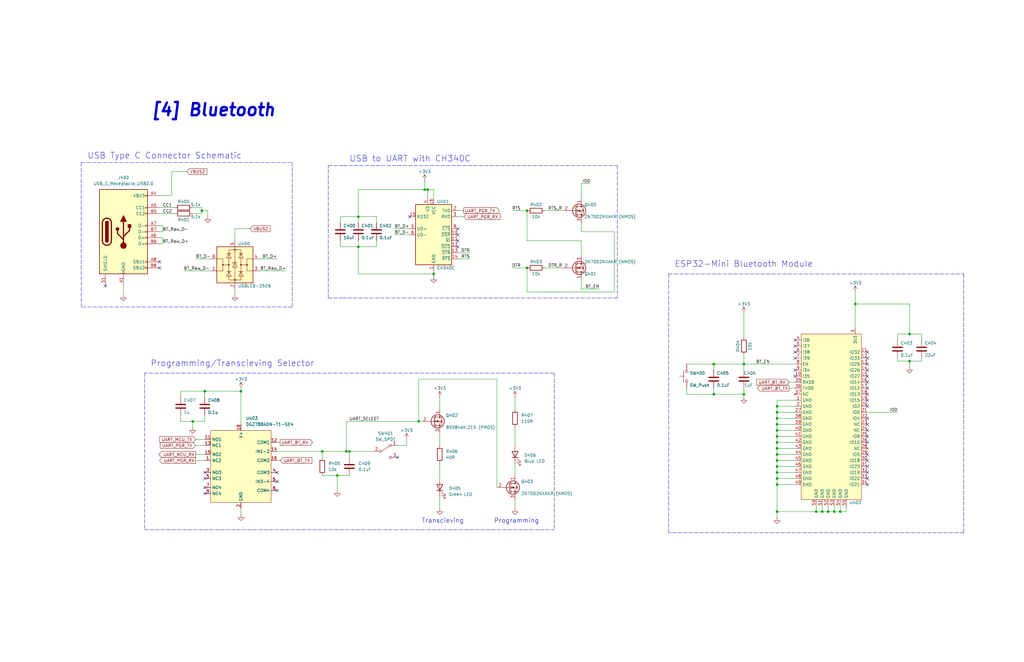
<source format=kicad_sch>
(kicad_sch (version 20211123) (generator eeschema)
  (paper "User" 431.8 279.4)
  (lib_symbols
    (symbol "Connector:USB_C_Receptacle_USB2.0" (pin_names (offset 1.016))
      (property "Reference" "J" (at -10.16 19.05 0))
      (property "Value" "USB_C_Receptacle_USB2.0" (at 19.05 19.05 0))
      (symbol "USB_C_Receptacle_USB2.0_0_0"
        (rectangle (start -0.254 -17.78) (end 0.254 -16.764))
        (rectangle (start 10.16 -14.986) (end 9.144 -15.494))
        (rectangle (start 10.16 -12.446) (end 9.144 -12.954))
        (rectangle (start 10.16 -4.826) (end 9.144 -5.334))
        (rectangle (start 10.16 -2.286) (end 9.144 -2.794))
        (rectangle (start 10.16 0.254) (end 9.144 -0.254))
        (rectangle (start 10.16 2.794) (end 9.144 2.286))
        (rectangle (start 10.16 7.874) (end 9.144 7.366))
        (rectangle (start 10.16 10.414) (end 9.144 9.906))
        (rectangle (start 10.16 15.494) (end 9.144 14.986))
      )
      (symbol "USB_C_Receptacle_USB2.0_0_1"
        (rectangle (start -10.16 17.78) (end 10.16 -17.78) (stroke (width 0.254)) (fill (type background)))
        (arc (start -8.89 -3.81) (mid -6.985 -5.715) (end -5.08 -3.81) (stroke (width 0.508)))
        (arc (start -7.62 -3.81) (mid -6.985 -4.445) (end -6.35 -3.81) (stroke (width 0.254)))
        (arc (start -7.62 -3.81) (mid -6.985 -4.445) (end -6.35 -3.81) (stroke (width 0.254)) (fill (type outline)))
        (rectangle (start -7.62 -3.81) (end -6.35 3.81) (stroke (width 0.254)) (fill (type outline)))
        (arc (start -6.35 3.81) (mid -6.985 4.445) (end -7.62 3.81) (stroke (width 0.254)))
        (arc (start -6.35 3.81) (mid -6.985 4.445) (end -7.62 3.81) (stroke (width 0.254)) (fill (type outline)))
        (arc (start -5.08 3.81) (mid -6.985 5.715) (end -8.89 3.81) (stroke (width 0.508)))
        (circle (center -2.54 1.143) (radius 0.635) (stroke (width 0.254)) (fill (type outline)))
        (circle (center 0 -5.842) (radius 1.27) (fill (type outline)))
        (polyline (pts (xy -8.89 -3.81) (xy -8.89 3.81)) (stroke (width 0.508)))
        (polyline (pts (xy -5.08 3.81) (xy -5.08 -3.81)) (stroke (width 0.508)))
        (polyline (pts (xy 0 -5.842) (xy 0 4.318)) (stroke (width 0.508)))
        (polyline (pts (xy 0 -3.302) (xy -2.54 -0.762) (xy -2.54 0.508)) (stroke (width 0.508)))
        (polyline (pts (xy 0 -2.032) (xy 2.54 0.508) (xy 2.54 1.778)) (stroke (width 0.508)))
        (polyline (pts (xy -1.27 4.318) (xy 0 6.858) (xy 1.27 4.318) (xy -1.27 4.318)) (stroke (width 0.254)) (fill (type outline)))
        (rectangle (start 1.905 1.778) (end 3.175 3.048) (stroke (width 0.254)) (fill (type outline)))
      )
      (symbol "USB_C_Receptacle_USB2.0_1_1"
        (pin passive line (at 0 -22.86 90) (length 5.08) (name "GND") (number "A1"))
        (pin passive line (at 0 -22.86 90) (length 5.08) hide (name "GND") (number "A12"))
        (pin passive line (at 15.24 15.24 180) (length 5.08) (name "VBUS") (number "A4"))
        (pin bidirectional line (at 15.24 10.16 180) (length 5.08) (name "CC1") (number "A5"))
        (pin bidirectional line (at 15.24 -2.54 180) (length 5.08) (name "D+") (number "A6"))
        (pin bidirectional line (at 15.24 2.54 180) (length 5.08) (name "D-") (number "A7"))
        (pin bidirectional line (at 15.24 -12.7 180) (length 5.08) (name "SBU1") (number "A8"))
        (pin passive line (at 15.24 15.24 180) (length 5.08) hide (name "VBUS") (number "A9"))
        (pin passive line (at 0 -22.86 90) (length 5.08) hide (name "GND") (number "B1"))
        (pin passive line (at 0 -22.86 90) (length 5.08) hide (name "GND") (number "B12"))
        (pin passive line (at 15.24 15.24 180) (length 5.08) hide (name "VBUS") (number "B4"))
        (pin bidirectional line (at 15.24 7.62 180) (length 5.08) (name "CC2") (number "B5"))
        (pin bidirectional line (at 15.24 -5.08 180) (length 5.08) (name "D+") (number "B6"))
        (pin bidirectional line (at 15.24 0 180) (length 5.08) (name "D-") (number "B7"))
        (pin bidirectional line (at 15.24 -15.24 180) (length 5.08) (name "SBU2") (number "B8"))
        (pin passive line (at 15.24 15.24 180) (length 5.08) hide (name "VBUS") (number "B9"))
        (pin passive line (at -7.62 -22.86 90) (length 5.08) (name "SHIELD") (number "S1"))
      )
    )
    (symbol "Device:C" (pin_numbers hide) (pin_names (offset 0.254))
      (property "Reference" "C" (at 0.635 2.54 0))
      (property "Value" "C" (at 0.635 -2.54 0))
      (symbol "C_0_1"
        (polyline (pts (xy -2.032 -0.762) (xy 2.032 -0.762)) (stroke (width 0.508)))
        (polyline (pts (xy -2.032 0.762) (xy 2.032 0.762)) (stroke (width 0.508)))
      )
      (symbol "C_1_1"
        (pin passive line (at 0 3.81 270) (length 2.794) (name "~") (number "1"))
        (pin passive line (at 0 -3.81 90) (length 2.794) (name "~") (number "2"))
      )
    )
    (symbol "Device:LED" (pin_numbers hide) (pin_names (offset 1.016) hide)
      (property "Reference" "D" (at 0 2.54 0))
      (property "Value" "LED" (at 0 -2.54 0))
      (symbol "LED_0_1"
        (polyline (pts (xy -1.27 -1.27) (xy -1.27 1.27)) (stroke (width 0.254)))
        (polyline (pts (xy -1.27 0) (xy 1.27 0)))
        (polyline (pts (xy 1.27 -1.27) (xy 1.27 1.27) (xy -1.27 0) (xy 1.27 -1.27)) (stroke (width 0.254)))
        (polyline (pts (xy -3.048 -0.762) (xy -4.572 -2.286) (xy -3.81 -2.286) (xy -4.572 -2.286) (xy -4.572 -1.524)))
        (polyline (pts (xy -1.778 -0.762) (xy -3.302 -2.286) (xy -2.54 -2.286) (xy -3.302 -2.286) (xy -3.302 -1.524)))
      )
      (symbol "LED_1_1"
        (pin passive line (at -3.81 0 0) (length 2.54) (name "K") (number "1"))
        (pin passive line (at 3.81 0 180) (length 2.54) (name "A") (number "2"))
      )
    )
    (symbol "Device:Q_NMOS_DGS" (pin_names (offset 0) hide)
      (property "Reference" "Q" (at 5.08 1.27 0))
      (property "Value" "Q_NMOS_DGS" (at 5.08 -1.27 0))
      (symbol "Q_NMOS_DGS_0_1"
        (polyline (pts (xy 0.254 0) (xy -2.54 0)))
        (polyline (pts (xy 0.254 1.905) (xy 0.254 -1.905)) (stroke (width 0.254)))
        (polyline (pts (xy 0.762 -1.27) (xy 0.762 -2.286)) (stroke (width 0.254)))
        (polyline (pts (xy 0.762 0.508) (xy 0.762 -0.508)) (stroke (width 0.254)))
        (polyline (pts (xy 0.762 2.286) (xy 0.762 1.27)) (stroke (width 0.254)))
        (polyline (pts (xy 2.54 2.54) (xy 2.54 1.778)))
        (polyline (pts (xy 2.54 -2.54) (xy 2.54 0) (xy 0.762 0)))
        (polyline (pts (xy 0.762 -1.778) (xy 3.302 -1.778) (xy 3.302 1.778) (xy 0.762 1.778)))
        (polyline (pts (xy 1.016 0) (xy 2.032 0.381) (xy 2.032 -0.381) (xy 1.016 0)) (fill (type outline)))
        (polyline (pts (xy 2.794 0.508) (xy 2.921 0.381) (xy 3.683 0.381) (xy 3.81 0.254)))
        (polyline (pts (xy 3.302 0.381) (xy 2.921 -0.254) (xy 3.683 -0.254) (xy 3.302 0.381)))
        (circle (center 1.651 0) (radius 2.794) (stroke (width 0.254)))
        (circle (center 2.54 -1.778) (radius 0.254) (fill (type outline)))
        (circle (center 2.54 1.778) (radius 0.254) (fill (type outline)))
      )
      (symbol "Q_NMOS_DGS_1_1"
        (pin passive line (at 2.54 5.08 270) (length 2.54) (name "D") (number "1"))
        (pin input line (at -5.08 0 0) (length 2.54) (name "G") (number "2"))
        (pin passive line (at 2.54 -5.08 90) (length 2.54) (name "S") (number "3"))
      )
    )
    (symbol "Device:Q_PMOS_DGS" (pin_names (offset 0) hide)
      (property "Reference" "Q" (at 5.08 1.27 0))
      (property "Value" "Q_PMOS_DGS" (at 5.08 -1.27 0))
      (symbol "Q_PMOS_DGS_0_1"
        (polyline (pts (xy 0.254 0) (xy -2.54 0)))
        (polyline (pts (xy 0.254 1.905) (xy 0.254 -1.905)) (stroke (width 0.254)))
        (polyline (pts (xy 0.762 -1.27) (xy 0.762 -2.286)) (stroke (width 0.254)))
        (polyline (pts (xy 0.762 0.508) (xy 0.762 -0.508)) (stroke (width 0.254)))
        (polyline (pts (xy 0.762 2.286) (xy 0.762 1.27)) (stroke (width 0.254)))
        (polyline (pts (xy 2.54 2.54) (xy 2.54 1.778)))
        (polyline (pts (xy 2.54 -2.54) (xy 2.54 0) (xy 0.762 0)))
        (polyline (pts (xy 0.762 1.778) (xy 3.302 1.778) (xy 3.302 -1.778) (xy 0.762 -1.778)))
        (polyline (pts (xy 2.286 0) (xy 1.27 0.381) (xy 1.27 -0.381) (xy 2.286 0)) (fill (type outline)))
        (polyline (pts (xy 2.794 -0.508) (xy 2.921 -0.381) (xy 3.683 -0.381) (xy 3.81 -0.254)))
        (polyline (pts (xy 3.302 -0.381) (xy 2.921 0.254) (xy 3.683 0.254) (xy 3.302 -0.381)))
        (circle (center 1.651 0) (radius 2.794) (stroke (width 0.254)))
        (circle (center 2.54 -1.778) (radius 0.254) (fill (type outline)))
        (circle (center 2.54 1.778) (radius 0.254) (fill (type outline)))
      )
      (symbol "Q_PMOS_DGS_1_1"
        (pin passive line (at 2.54 5.08 270) (length 2.54) (name "D") (number "1"))
        (pin input line (at -5.08 0 0) (length 2.54) (name "G") (number "2"))
        (pin passive line (at 2.54 -5.08 90) (length 2.54) (name "S") (number "3"))
      )
    )
    (symbol "Device:R" (pin_numbers hide) (pin_names (offset 0))
      (property "Reference" "R" (at 2.032 0 90))
      (property "Value" "R" (at 0 0 90))
      (symbol "R_0_1"
        (rectangle (start -1.016 -2.54) (end 1.016 2.54) (stroke (width 0.254)))
      )
      (symbol "R_1_1"
        (pin passive line (at 0 3.81 270) (length 1.27) (name "~") (number "1"))
        (pin passive line (at 0 -3.81 90) (length 1.27) (name "~") (number "2"))
      )
    )
    (symbol "Ghanis_Symbols_KiCad6:DG2788ADN-T1-GE4"
      (property "Reference" "U" (at 10.16 26.67 0))
      (property "Value" "DG2788ADN-T1-GE4" (at 11.43 -6.35 0))
      (symbol "DG2788ADN-T1-GE4_0_0"
        (pin bidirectional line (at -15.24 12.7 0) (length 2.54) (name "NC2") (number "1"))
        (pin power_in line (at 0 27.94 270) (length 2.54) (name "V+") (number "10"))
        (pin bidirectional line (at -15.24 21.59 0) (length 2.54) (name "NO1") (number "11"))
        (pin bidirectional line (at 15.24 20.32 180) (length 2.54) (name "COM1") (number "12"))
        (pin bidirectional line (at -15.24 19.05 0) (length 2.54) (name "NC1") (number "13"))
        (pin input line (at 15.24 16.51 180) (length 2.54) (name "IN1-2") (number "14"))
        (pin bidirectional line (at -15.24 15.24 0) (length 2.54) (name "NO2") (number "15"))
        (pin bidirectional line (at 15.24 12.7 180) (length 2.54) (name "COM2") (number "16"))
        (pin power_in line (at 0 -7.62 90) (length 2.54) (name "GND") (number "2"))
        (pin bidirectional line (at -15.24 7.62 0) (length 2.54) (name "NO3") (number "3"))
        (pin bidirectional line (at 15.24 7.62 180) (length 2.54) (name "COM3") (number "4"))
        (pin bidirectional line (at -15.24 5.08 0) (length 2.54) (name "NC3") (number "5"))
        (pin input line (at 15.24 3.81 180) (length 2.54) (name "IN3-4") (number "6"))
        (pin bidirectional line (at -15.24 1.27 0) (length 2.54) (name "NO4") (number "7"))
        (pin bidirectional line (at 15.24 0 180) (length 2.54) (name "COM4") (number "8"))
        (pin bidirectional line (at -15.24 -1.27 0) (length 2.54) (name "NC4") (number "9"))
      )
      (symbol "DG2788ADN-T1-GE4_0_1"
        (rectangle (start -12.7 25.4) (end 12.7 -5.08) (fill (type background)))
      )
    )
    (symbol "Ghanis_Symbols_KiCad6:ESP32-MINI-1"
      (property "Reference" "U" (at -11.43 11.43 0))
      (property "Value" "ESP32-MINI-1" (at -1.27 11.43 0))
      (symbol "ESP32-MINI-1_0_0"
        (pin power_in line (at -15.24 -17.78 0) (length 2.54) (name "GND") (number "1"))
        (pin input line (at -15.24 -7.62 0) (length 2.54) (name "I35") (number "10"))
        (pin bidirectional line (at 15.24 2.54 180) (length 2.54) (name "IO32") (number "11"))
        (pin bidirectional line (at 15.24 0 180) (length 2.54) (name "IO33") (number "12"))
        (pin bidirectional line (at 15.24 -2.54 180) (length 2.54) (name "IO25") (number "13"))
        (pin bidirectional line (at 15.24 -5.08 180) (length 2.54) (name "IO26") (number "14"))
        (pin bidirectional line (at 15.24 -7.62 180) (length 2.54) (name "IO27") (number "15"))
        (pin bidirectional line (at 15.24 -10.16 180) (length 2.54) (name "IO14") (number "16"))
        (pin bidirectional line (at 15.24 -12.7 180) (length 2.54) (name "IO12") (number "17"))
        (pin bidirectional line (at 15.24 -15.24 180) (length 2.54) (name "IO13") (number "18"))
        (pin bidirectional line (at 15.24 -17.78 180) (length 2.54) (name "IO15") (number "19"))
        (pin power_in line (at -15.24 -20.32 0) (length 2.54) (name "GND") (number "2"))
        (pin bidirectional line (at 15.24 -20.32 180) (length 2.54) (name "IO2") (number "20"))
        (pin bidirectional line (at 15.24 -22.86 180) (length 2.54) (name "IO0") (number "21"))
        (pin bidirectional line (at 15.24 -25.4 180) (length 2.54) (name "IO4") (number "22"))
        (pin bidirectional line (at 15.24 -27.94 180) (length 2.54) (name "NC") (number "23"))
        (pin bidirectional line (at 15.24 -30.48 180) (length 2.54) (name "NC") (number "24"))
        (pin bidirectional line (at 15.24 -33.02 180) (length 2.54) (name "IO9") (number "25"))
        (pin bidirectional line (at 15.24 -35.56 180) (length 2.54) (name "IO10") (number "26"))
        (pin power_in line (at -15.24 -22.86 0) (length 2.54) (name "GND") (number "27"))
        (pin no_connect line (at 15.24 -38.1 180) (length 2.54) (name "NC") (number "28"))
        (pin bidirectional line (at 15.24 -40.64 180) (length 2.54) (name "IO5") (number "29"))
        (pin power_in line (at 10.16 12.7 270) (length 2.54) (name "3V3") (number "3"))
        (pin bidirectional line (at 15.24 -43.18 180) (length 2.54) (name "IO18") (number "30"))
        (pin bidirectional line (at 15.24 -45.72 180) (length 2.54) (name "IO23") (number "31"))
        (pin bidirectional line (at 15.24 -48.26 180) (length 2.54) (name "IO19") (number "32"))
        (pin bidirectional line (at 15.24 -50.8 180) (length 2.54) (name "IO22") (number "33"))
        (pin bidirectional line (at 15.24 -53.34 180) (length 2.54) (name "IO21") (number "34"))
        (pin bidirectional line (at -15.24 -10.16 0) (length 2.54) (name "RXD0") (number "35"))
        (pin bidirectional line (at -15.24 -12.7 0) (length 2.54) (name "TXD0") (number "36"))
        (pin no_connect line (at -15.24 -15.24 0) (length 2.54) (name "NC") (number "37"))
        (pin power_in line (at -15.24 -25.4 0) (length 2.54) (name "GND") (number "38"))
        (pin power_in line (at -15.24 -27.94 0) (length 2.54) (name "GND") (number "39"))
        (pin input line (at -15.24 7.62 0) (length 2.54) (name "I36") (number "4"))
        (pin power_in line (at -15.24 -30.48 0) (length 2.54) (name "GND") (number "40"))
        (pin power_in line (at -15.24 -33.02 0) (length 2.54) (name "GND") (number "41"))
        (pin power_in line (at -15.24 -35.56 0) (length 2.54) (name "GND") (number "42"))
        (pin power_in line (at -15.24 -38.1 0) (length 2.54) (name "GND") (number "43"))
        (pin power_in line (at -15.24 -40.64 0) (length 2.54) (name "GND") (number "44"))
        (pin power_in line (at -15.24 -43.18 0) (length 2.54) (name "GND") (number "45"))
        (pin power_in line (at -15.24 -45.72 0) (length 2.54) (name "GND") (number "46"))
        (pin power_in line (at -15.24 -48.26 0) (length 2.54) (name "GND") (number "47"))
        (pin power_in line (at -15.24 -50.8 0) (length 2.54) (name "GND") (number "48"))
        (pin power_in line (at -15.24 -53.34 0) (length 2.54) (name "GND") (number "49"))
        (pin input line (at -15.24 5.08 0) (length 2.54) (name "I37") (number "5"))
        (pin power_in line (at -6.35 -62.23 90) (length 2.54) (name "GND") (number "50"))
        (pin power_in line (at -3.81 -62.23 90) (length 2.54) (name "GND") (number "51"))
        (pin power_in line (at -1.27 -62.23 90) (length 2.54) (name "GND") (number "52"))
        (pin power_in line (at 1.27 -62.23 90) (length 2.54) (name "GND") (number "53"))
        (pin power_in line (at 3.81 -62.23 90) (length 2.54) (name "GND") (number "54"))
        (pin power_in line (at 6.35 -62.23 90) (length 2.54) (name "GND") (number "55"))
        (pin input line (at -15.24 2.54 0) (length 2.54) (name "I38") (number "6"))
        (pin input line (at -15.24 0 0) (length 2.54) (name "I39") (number "7"))
        (pin input line (at -15.24 -2.54 0) (length 2.54) (name "EN") (number "8"))
        (pin input line (at -15.24 -5.08 0) (length 2.54) (name "I34") (number "9"))
      )
      (symbol "ESP32-MINI-1_0_1"
        (rectangle (start -12.7 10.16) (end 12.7 -59.69) (fill (type background)))
      )
    )
    (symbol "Interface_USB:CH340C"
      (property "Reference" "U" (at -5.08 13.97 0))
      (property "Value" "CH340C" (at 1.27 13.97 0))
      (symbol "CH340C_0_1"
        (rectangle (start -7.62 12.7) (end 7.62 -12.7) (stroke (width 0.254)) (fill (type background)))
      )
      (symbol "CH340C_1_1"
        (pin power_in line (at 0 -15.24 90) (length 2.54) (name "GND") (number "1"))
        (pin input line (at 10.16 0 180) (length 2.54) (name "~{DSR}") (number "10"))
        (pin input line (at 10.16 -2.54 180) (length 2.54) (name "~{RI}") (number "11"))
        (pin input line (at 10.16 -5.08 180) (length 2.54) (name "~{DCD}") (number "12"))
        (pin output line (at 10.16 -7.62 180) (length 2.54) (name "~{DTR}") (number "13"))
        (pin output line (at 10.16 -10.16 180) (length 2.54) (name "~{RTS}") (number "14"))
        (pin input line (at -10.16 7.62 0) (length 2.54) (name "R232") (number "15"))
        (pin power_in line (at 0 15.24 270) (length 2.54) (name "VCC") (number "16"))
        (pin output line (at 10.16 10.16 180) (length 2.54) (name "TXD") (number "2"))
        (pin input line (at 10.16 7.62 180) (length 2.54) (name "RXD") (number "3"))
        (pin passive line (at -2.54 15.24 270) (length 2.54) (name "V3") (number "4"))
        (pin bidirectional line (at -10.16 2.54 0) (length 2.54) (name "UD+") (number "5"))
        (pin bidirectional line (at -10.16 0 0) (length 2.54) (name "UD-") (number "6"))
        (pin no_connect line (at -7.62 -7.62 0) (length 2.54) hide (name "NC") (number "7"))
        (pin no_connect line (at -7.62 -10.16 0) (length 2.54) hide (name "NC") (number "8"))
        (pin input line (at 10.16 2.54 180) (length 2.54) (name "~{CTS}") (number "9"))
      )
    )
    (symbol "Power_Protection:USBLC6-2SC6" (pin_names hide)
      (property "Reference" "U" (at 2.54 8.89 0))
      (property "Value" "USBLC6-2SC6" (at 2.54 -8.89 0))
      (symbol "USBLC6-2SC6_0_1"
        (rectangle (start -7.62 -7.62) (end 7.62 7.62) (stroke (width 0.254)) (fill (type background)))
        (circle (center -5.08 0) (radius 0.254) (fill (type outline)))
        (circle (center -2.54 0) (radius 0.254) (fill (type outline)))
        (rectangle (start -2.54 6.35) (end 2.54 -6.35))
        (circle (center 0 -6.35) (radius 0.254) (fill (type outline)))
        (polyline (pts (xy -5.08 -2.54) (xy -7.62 -2.54)))
        (polyline (pts (xy -5.08 0) (xy -5.08 -2.54)))
        (polyline (pts (xy -5.08 2.54) (xy -7.62 2.54)))
        (polyline (pts (xy -1.524 -2.794) (xy -3.556 -2.794)))
        (polyline (pts (xy -1.524 4.826) (xy -3.556 4.826)))
        (polyline (pts (xy 0 -7.62) (xy 0 -6.35)))
        (polyline (pts (xy 0 -6.35) (xy 0 1.27)))
        (polyline (pts (xy 0 1.27) (xy 0 6.35)))
        (polyline (pts (xy 0 6.35) (xy 0 7.62)))
        (polyline (pts (xy 1.524 -2.794) (xy 3.556 -2.794)))
        (polyline (pts (xy 1.524 4.826) (xy 3.556 4.826)))
        (polyline (pts (xy 5.08 -2.54) (xy 7.62 -2.54)))
        (polyline (pts (xy 5.08 0) (xy 5.08 -2.54)))
        (polyline (pts (xy 5.08 2.54) (xy 7.62 2.54)))
        (polyline (pts (xy -2.54 0) (xy -5.08 0) (xy -5.08 2.54)))
        (polyline (pts (xy 2.54 0) (xy 5.08 0) (xy 5.08 2.54)))
        (polyline (pts (xy -3.556 -4.826) (xy -1.524 -4.826) (xy -2.54 -2.794) (xy -3.556 -4.826)))
        (polyline (pts (xy -3.556 2.794) (xy -1.524 2.794) (xy -2.54 4.826) (xy -3.556 2.794)))
        (polyline (pts (xy -1.016 -1.016) (xy 1.016 -1.016) (xy 0 1.016) (xy -1.016 -1.016)))
        (polyline (pts (xy 1.016 1.016) (xy 0.762 1.016) (xy -1.016 1.016) (xy -1.016 0.508)))
        (polyline (pts (xy 3.556 -4.826) (xy 1.524 -4.826) (xy 2.54 -2.794) (xy 3.556 -4.826)))
        (polyline (pts (xy 3.556 2.794) (xy 1.524 2.794) (xy 2.54 4.826) (xy 3.556 2.794)))
        (circle (center 0 6.35) (radius 0.254) (fill (type outline)))
        (circle (center 2.54 0) (radius 0.254) (fill (type outline)))
        (circle (center 5.08 0) (radius 0.254) (fill (type outline)))
      )
      (symbol "USBLC6-2SC6_1_1"
        (pin passive line (at -10.16 -2.54 0) (length 2.54) (name "I/O1") (number "1"))
        (pin passive line (at 0 -10.16 90) (length 2.54) (name "GND") (number "2"))
        (pin passive line (at 10.16 -2.54 180) (length 2.54) (name "I/O2") (number "3"))
        (pin passive line (at 10.16 2.54 180) (length 2.54) (name "I/O2") (number "4"))
        (pin passive line (at 0 10.16 270) (length 2.54) (name "VBUS") (number "5"))
        (pin passive line (at -10.16 2.54 0) (length 2.54) (name "I/O1") (number "6"))
      )
    )
    (symbol "Switch:SW_Push" (pin_numbers hide) (pin_names (offset 1.016) hide)
      (property "Reference" "SW" (at 1.27 2.54 0))
      (property "Value" "SW_Push" (at 0 -1.524 0))
      (symbol "SW_Push_0_1"
        (circle (center -2.032 0) (radius 0.508))
        (polyline (pts (xy 0 1.27) (xy 0 3.048)))
        (polyline (pts (xy 2.54 1.27) (xy -2.54 1.27)))
        (circle (center 2.032 0) (radius 0.508))
        (pin passive line (at -5.08 0 0) (length 2.54) (name "1") (number "1"))
        (pin passive line (at 5.08 0 180) (length 2.54) (name "2") (number "2"))
      )
    )
    (symbol "Switch:SW_SPDT" (pin_names (offset 0) hide)
      (property "Reference" "SW" (at 0 4.318 0))
      (property "Value" "SW_SPDT" (at 0 -5.08 0))
      (symbol "SW_SPDT_0_0"
        (circle (center -2.032 0) (radius 0.508))
        (circle (center 2.032 -2.54) (radius 0.508))
      )
      (symbol "SW_SPDT_0_1"
        (polyline (pts (xy -1.524 0.254) (xy 1.651 2.286)))
        (circle (center 2.032 2.54) (radius 0.508))
      )
      (symbol "SW_SPDT_1_1"
        (pin passive line (at 5.08 2.54 180) (length 2.54) (name "A") (number "1"))
        (pin passive line (at -5.08 0 0) (length 2.54) (name "B") (number "2"))
        (pin passive line (at 5.08 -2.54 180) (length 2.54) (name "C") (number "3"))
      )
    )
    (symbol "power:+3.3V" (power) (pin_names (offset 0))
      (property "Value" "+3.3V" (at 0 3.556 0))
      (symbol "+3.3V_0_1"
        (polyline (pts (xy -0.762 1.27) (xy 0 2.54)))
        (polyline (pts (xy 0 0) (xy 0 2.54)))
        (polyline (pts (xy 0 2.54) (xy 0.762 1.27)))
      )
      (symbol "+3.3V_1_1"
        (pin power_in line (at 0 0 90) (length 0) hide (name "+3V3") (number "1"))
      )
    )
    (symbol "power:GND" (power) (pin_names (offset 0))
      (property "Value" "GND" (at 0 -3.81 0))
      (symbol "GND_0_1"
        (polyline (pts (xy 0 0) (xy 0 -1.27) (xy 1.27 -1.27) (xy 0 -2.54) (xy -1.27 -1.27) (xy 0 -1.27)))
      )
      (symbol "GND_1_1"
        (pin power_in line (at 0 0 270) (length 0) hide (name "GND") (number "1"))
      )
    )
  )
  (junction (at 327.66 171.45))
  (junction (at 300.99 153.67))
  (junction (at 327.66 196.85))
  (junction (at 346.71 215.9))
  (junction (at 351.79 215.9))
  (junction (at 383.54 152.4))
  (junction (at 349.25 215.9))
  (junction (at 176.53 177.8))
  (junction (at 327.66 184.15))
  (junction (at 344.17 215.9))
  (junction (at 360.68 128.27))
  (junction (at 85.09 88.9))
  (junction (at 354.33 215.9))
  (junction (at 313.69 153.67))
  (junction (at 146.05 190.5))
  (junction (at 101.6 165.1))
  (junction (at 142.24 200.66))
  (junction (at 327.66 173.99))
  (junction (at 180.34 80.01))
  (junction (at 327.66 204.47))
  (junction (at 327.66 199.39))
  (junction (at 327.66 194.31))
  (junction (at 151.13 104.14))
  (junction (at 222.25 113.03))
  (junction (at 151.13 91.44))
  (junction (at 383.54 140.97))
  (junction (at 81.28 177.8))
  (junction (at 327.66 186.69))
  (junction (at 327.66 215.9))
  (junction (at 327.66 176.53))
  (junction (at 222.25 88.9))
  (junction (at 327.66 191.77))
  (junction (at 179.07 80.01))
  (junction (at 327.66 181.61))
  (junction (at 135.89 190.5))
  (junction (at 300.99 166.37))
  (junction (at 327.66 189.23))
  (junction (at 86.36 165.1))
  (junction (at 147.32 190.5))
  (junction (at 327.66 179.07))
  (junction (at 327.66 201.93))
  (junction (at 182.88 115.57))
  (junction (at 313.69 166.37))
  (no_connect (at 335.28 146.05))
  (no_connect (at 335.28 148.59))
  (no_connect (at 365.76 191.77))
  (no_connect (at 365.76 194.31))
  (no_connect (at 365.76 196.85))
  (no_connect (at 365.76 199.39))
  (no_connect (at 365.76 201.93))
  (no_connect (at 365.76 204.47))
  (no_connect (at 335.28 151.13))
  (no_connect (at 335.28 156.21))
  (no_connect (at 335.28 158.75))
  (no_connect (at 365.76 176.53))
  (no_connect (at 365.76 179.07))
  (no_connect (at 365.76 181.61))
  (no_connect (at 365.76 184.15))
  (no_connect (at 365.76 186.69))
  (no_connect (at 365.76 153.67))
  (no_connect (at 365.76 163.83))
  (no_connect (at 365.76 166.37))
  (no_connect (at 365.76 168.91))
  (no_connect (at 365.76 171.45))
  (no_connect (at 365.76 161.29))
  (no_connect (at 365.76 156.21))
  (no_connect (at 365.76 158.75))
  (no_connect (at 335.28 143.51))
  (no_connect (at 193.04 104.14))
  (no_connect (at 193.04 101.6))
  (no_connect (at 193.04 99.06))
  (no_connect (at 116.84 199.39))
  (no_connect (at 116.84 203.2))
  (no_connect (at 116.84 207.01))
  (no_connect (at 86.36 208.28))
  (no_connect (at 86.36 205.74))
  (no_connect (at 86.36 199.39))
  (no_connect (at 86.36 201.93))
  (no_connect (at 167.64 193.04))
  (no_connect (at 193.04 96.52))
  (no_connect (at 365.76 151.13))
  (no_connect (at 365.76 148.59))
  (no_connect (at 172.72 91.44))
  (no_connect (at 44.45 120.65))
  (no_connect (at 67.31 110.49))
  (no_connect (at 67.31 113.03))
  (wire (pts (xy 67.31 95.25) (xy 68.58 95.25)))
  (wire (pts (xy 86.36 175.26) (xy 86.36 177.8)))
  (wire (pts (xy 327.66 204.47) (xy 327.66 215.9)))
  (wire (pts (xy 327.66 176.53) (xy 327.66 179.07)))
  (wire (pts (xy 176.53 160.02) (xy 176.53 177.8)))
  (wire (pts (xy 327.66 186.69) (xy 327.66 189.23)))
  (wire (pts (xy 85.09 88.9) (xy 87.63 88.9)))
  (wire (pts (xy 383.54 128.27) (xy 383.54 140.97)))
  (wire (pts (xy 327.66 189.23) (xy 335.28 189.23)))
  (wire (pts (xy 67.31 87.63) (xy 73.66 87.63)))
  (polyline (pts (xy 138.43 125.73) (xy 144.78 125.73)))
  (wire (pts (xy 217.17 210.82) (xy 217.17 214.63)))
  (wire (pts (xy 109.22 109.22) (xy 116.84 109.22)))
  (wire (pts (xy 327.66 184.15) (xy 327.66 186.69)))
  (wire (pts (xy 81.28 90.17) (xy 85.09 90.17)))
  (polyline (pts (xy 260.35 125.73) (xy 144.78 125.73)))
  (wire (pts (xy 166.37 99.06) (xy 172.72 99.06)))
  (wire (pts (xy 335.28 173.99) (xy 327.66 173.99)))
  (wire (pts (xy 82.55 191.77) (xy 86.36 191.77)))
  (wire (pts (xy 177.8 177.8) (xy 176.53 177.8)))
  (polyline (pts (xy 138.43 125.73) (xy 138.43 69.85)))
  (wire (pts (xy 147.32 190.5) (xy 147.32 193.04)))
  (wire (pts (xy 142.24 200.66) (xy 147.32 200.66)))
  (wire (pts (xy 77.47 114.3) (xy 88.9 114.3)))
  (wire (pts (xy 143.51 91.44) (xy 143.51 93.98)))
  (wire (pts (xy 215.9 88.9) (xy 222.25 88.9)))
  (wire (pts (xy 176.53 160.02) (xy 209.55 160.02)))
  (wire (pts (xy 327.66 186.69) (xy 335.28 186.69)))
  (wire (pts (xy 182.88 114.3) (xy 182.88 115.57)))
  (wire (pts (xy 360.68 128.27) (xy 360.68 138.43)))
  (wire (pts (xy 146.05 177.8) (xy 146.05 190.5)))
  (wire (pts (xy 327.66 171.45) (xy 335.28 171.45)))
  (polyline (pts (xy 406.4 224.79) (xy 281.94 224.79)))
  (wire (pts (xy 82.55 109.22) (xy 88.9 109.22)))
  (polyline (pts (xy 260.35 69.85) (xy 260.35 125.73)))
  (wire (pts (xy 185.42 209.55) (xy 185.42 214.63)))
  (wire (pts (xy 354.33 215.9) (xy 356.87 215.9)))
  (polyline (pts (xy 281.94 224.79) (xy 281.94 115.57)))
  (polyline (pts (xy 60.96 157.48) (xy 60.96 223.52)))
  (wire (pts (xy 135.89 190.5) (xy 146.05 190.5)))
  (wire (pts (xy 142.24 200.66) (xy 142.24 207.01)))
  (wire (pts (xy 327.66 189.23) (xy 327.66 191.77)))
  (wire (pts (xy 327.66 204.47) (xy 335.28 204.47)))
  (wire (pts (xy 327.66 179.07) (xy 335.28 179.07)))
  (wire (pts (xy 67.31 97.79) (xy 68.58 97.79)))
  (wire (pts (xy 349.25 215.9) (xy 351.79 215.9)))
  (wire (pts (xy 300.99 163.83) (xy 300.99 166.37)))
  (wire (pts (xy 300.99 156.21) (xy 300.99 153.67)))
  (wire (pts (xy 176.53 177.8) (xy 146.05 177.8)))
  (wire (pts (xy 67.31 102.87) (xy 68.58 102.87)))
  (wire (pts (xy 327.66 201.93) (xy 327.66 204.47)))
  (wire (pts (xy 327.66 215.9) (xy 327.66 218.44)))
  (wire (pts (xy 151.13 80.01) (xy 179.07 80.01)))
  (wire (pts (xy 185.42 182.88) (xy 185.42 187.96)))
  (wire (pts (xy 335.28 168.91) (xy 327.66 168.91)))
  (wire (pts (xy 222.25 101.6) (xy 245.11 101.6)))
  (wire (pts (xy 344.17 215.9) (xy 346.71 215.9)))
  (wire (pts (xy 327.66 181.61) (xy 335.28 181.61)))
  (wire (pts (xy 146.05 190.5) (xy 147.32 190.5)))
  (wire (pts (xy 76.2 175.26) (xy 76.2 177.8)))
  (wire (pts (xy 327.66 196.85) (xy 335.28 196.85)))
  (wire (pts (xy 222.25 123.19) (xy 259.08 123.19)))
  (polyline (pts (xy 34.29 68.58) (xy 34.29 129.54)))
  (wire (pts (xy 151.13 91.44) (xy 151.13 93.98)))
  (wire (pts (xy 101.6 163.83) (xy 101.6 165.1)))
  (wire (pts (xy 195.58 91.44) (xy 193.04 91.44)))
  (polyline (pts (xy 233.68 157.48) (xy 233.68 223.52)))
  (wire (pts (xy 346.71 213.36) (xy 346.71 215.9)))
  (wire (pts (xy 143.51 101.6) (xy 143.51 104.14)))
  (wire (pts (xy 327.66 194.31) (xy 327.66 196.85)))
  (wire (pts (xy 193.04 109.22) (xy 198.12 109.22)))
  (wire (pts (xy 327.66 171.45) (xy 327.66 173.99)))
  (wire (pts (xy 182.88 80.01) (xy 182.88 83.82)))
  (wire (pts (xy 151.13 91.44) (xy 143.51 91.44)))
  (wire (pts (xy 349.25 213.36) (xy 349.25 215.9)))
  (wire (pts (xy 105.41 96.52) (xy 99.06 96.52)))
  (wire (pts (xy 354.33 213.36) (xy 354.33 215.9)))
  (wire (pts (xy 76.2 165.1) (xy 86.36 165.1)))
  (wire (pts (xy 151.13 115.57) (xy 182.88 115.57)))
  (wire (pts (xy 52.07 120.65) (xy 52.07 124.46)))
  (wire (pts (xy 229.87 88.9) (xy 237.49 88.9)))
  (wire (pts (xy 327.66 184.15) (xy 335.28 184.15)))
  (wire (pts (xy 332.74 163.83) (xy 335.28 163.83)))
  (wire (pts (xy 195.58 88.9) (xy 193.04 88.9)))
  (wire (pts (xy 351.79 215.9) (xy 354.33 215.9)))
  (wire (pts (xy 259.08 97.79) (xy 245.11 97.79)))
  (wire (pts (xy 351.79 213.36) (xy 351.79 215.9)))
  (wire (pts (xy 85.09 87.63) (xy 85.09 88.9)))
  (wire (pts (xy 116.84 190.5) (xy 135.89 190.5)))
  (polyline (pts (xy 60.96 223.52) (xy 233.68 223.52)))
  (wire (pts (xy 388.62 140.97) (xy 388.62 143.51)))
  (polyline (pts (xy 123.19 129.54) (xy 123.19 68.58)))
  (wire (pts (xy 209.55 205.74) (xy 209.55 160.02)))
  (wire (pts (xy 245.11 121.92) (xy 252.73 121.92)))
  (wire (pts (xy 215.9 113.03) (xy 222.25 113.03)))
  (wire (pts (xy 327.66 196.85) (xy 327.66 199.39)))
  (wire (pts (xy 313.69 132.08) (xy 313.69 142.24)))
  (wire (pts (xy 67.31 90.17) (xy 73.66 90.17)))
  (wire (pts (xy 327.66 191.77) (xy 327.66 194.31)))
  (wire (pts (xy 327.66 179.07) (xy 327.66 181.61)))
  (wire (pts (xy 78.74 72.39) (xy 72.39 72.39)))
  (wire (pts (xy 193.04 106.68) (xy 198.12 106.68)))
  (wire (pts (xy 143.51 104.14) (xy 151.13 104.14)))
  (wire (pts (xy 182.88 115.57) (xy 182.88 116.84)))
  (wire (pts (xy 82.55 187.96) (xy 86.36 187.96)))
  (wire (pts (xy 86.36 165.1) (xy 86.36 167.64)))
  (wire (pts (xy 179.07 80.01) (xy 180.34 80.01)))
  (wire (pts (xy 99.06 121.92) (xy 99.06 124.46)))
  (wire (pts (xy 313.69 149.86) (xy 313.69 153.67)))
  (wire (pts (xy 86.36 165.1) (xy 101.6 165.1)))
  (wire (pts (xy 388.62 152.4) (xy 383.54 152.4)))
  (wire (pts (xy 327.66 194.31) (xy 335.28 194.31)))
  (wire (pts (xy 101.6 214.63) (xy 101.6 217.17)))
  (wire (pts (xy 327.66 168.91) (xy 327.66 171.45)))
  (wire (pts (xy 365.76 173.99) (xy 378.46 173.99)))
  (wire (pts (xy 99.06 96.52) (xy 99.06 101.6)))
  (wire (pts (xy 300.99 153.67) (xy 313.69 153.67)))
  (wire (pts (xy 135.89 190.5) (xy 135.89 193.04)))
  (wire (pts (xy 356.87 213.36) (xy 356.87 215.9)))
  (wire (pts (xy 383.54 140.97) (xy 388.62 140.97)))
  (wire (pts (xy 245.11 77.47) (xy 248.92 77.47)))
  (polyline (pts (xy 138.43 69.85) (xy 144.78 69.85)))
  (wire (pts (xy 378.46 151.13) (xy 378.46 152.4)))
  (wire (pts (xy 180.34 83.82) (xy 180.34 80.01)))
  (wire (pts (xy 101.6 165.1) (xy 101.6 179.07)))
  (wire (pts (xy 116.84 194.31) (xy 118.11 194.31)))
  (wire (pts (xy 217.17 195.58) (xy 217.17 200.66)))
  (wire (pts (xy 327.66 199.39) (xy 327.66 201.93)))
  (wire (pts (xy 82.55 185.42) (xy 86.36 185.42)))
  (wire (pts (xy 166.37 96.52) (xy 172.72 96.52)))
  (wire (pts (xy 171.45 187.96) (xy 171.45 185.42)))
  (wire (pts (xy 81.28 177.8) (xy 81.28 180.34)))
  (wire (pts (xy 147.32 190.5) (xy 157.48 190.5)))
  (polyline (pts (xy 123.19 129.54) (xy 34.29 129.54)))
  (wire (pts (xy 388.62 151.13) (xy 388.62 152.4)))
  (wire (pts (xy 378.46 140.97) (xy 383.54 140.97)))
  (wire (pts (xy 68.58 97.79) (xy 68.58 95.25)))
  (wire (pts (xy 158.75 91.44) (xy 151.13 91.44)))
  (wire (pts (xy 82.55 194.31) (xy 86.36 194.31)))
  (wire (pts (xy 85.09 88.9) (xy 85.09 90.17)))
  (wire (pts (xy 289.56 163.83) (xy 289.56 166.37)))
  (wire (pts (xy 313.69 163.83) (xy 313.69 166.37)))
  (wire (pts (xy 327.66 215.9) (xy 344.17 215.9)))
  (wire (pts (xy 313.69 166.37) (xy 313.69 167.64)))
  (wire (pts (xy 360.68 123.19) (xy 360.68 128.27)))
  (wire (pts (xy 344.17 213.36) (xy 344.17 215.9)))
  (wire (pts (xy 116.84 186.69) (xy 118.11 186.69)))
  (wire (pts (xy 67.31 100.33) (xy 68.58 100.33)))
  (wire (pts (xy 346.71 215.9) (xy 349.25 215.9)))
  (wire (pts (xy 222.25 113.03) (xy 222.25 123.19)))
  (wire (pts (xy 76.2 167.64) (xy 76.2 165.1)))
  (wire (pts (xy 327.66 173.99) (xy 327.66 176.53)))
  (wire (pts (xy 313.69 153.67) (xy 335.28 153.67)))
  (wire (pts (xy 327.66 191.77) (xy 335.28 191.77)))
  (wire (pts (xy 86.36 177.8) (xy 81.28 177.8)))
  (wire (pts (xy 378.46 143.51) (xy 378.46 140.97)))
  (wire (pts (xy 167.64 187.96) (xy 171.45 187.96)))
  (wire (pts (xy 327.66 199.39) (xy 335.28 199.39)))
  (wire (pts (xy 76.2 177.8) (xy 81.28 177.8)))
  (wire (pts (xy 158.75 93.98) (xy 158.75 91.44)))
  (wire (pts (xy 72.39 72.39) (xy 72.39 82.55)))
  (wire (pts (xy 327.66 181.61) (xy 327.66 184.15)))
  (polyline (pts (xy 233.68 157.48) (xy 60.96 157.48)))
  (polyline (pts (xy 406.4 115.57) (xy 406.4 224.79)))
  (polyline (pts (xy 144.78 69.85) (xy 260.35 69.85)))
  (wire (pts (xy 245.11 83.82) (xy 245.11 77.47)))
  (wire (pts (xy 229.87 113.03) (xy 237.49 113.03)))
  (polyline (pts (xy 34.29 68.58) (xy 123.19 68.58)))
  (wire (pts (xy 327.66 201.93) (xy 335.28 201.93)))
  (wire (pts (xy 135.89 200.66) (xy 142.24 200.66)))
  (wire (pts (xy 300.99 166.37) (xy 313.69 166.37)))
  (wire (pts (xy 332.74 161.29) (xy 335.28 161.29)))
  (wire (pts (xy 109.22 114.3) (xy 120.65 114.3)))
  (wire (pts (xy 222.25 88.9) (xy 222.25 101.6)))
  (polyline (pts (xy 281.94 115.57) (xy 406.4 115.57)))
  (wire (pts (xy 259.08 123.19) (xy 259.08 97.79)))
  (wire (pts (xy 151.13 101.6) (xy 151.13 104.14)))
  (wire (pts (xy 289.56 153.67) (xy 300.99 153.67)))
  (wire (pts (xy 289.56 166.37) (xy 300.99 166.37)))
  (wire (pts (xy 151.13 80.01) (xy 151.13 91.44)))
  (wire (pts (xy 378.46 152.4) (xy 383.54 152.4)))
  (wire (pts (xy 151.13 104.14) (xy 158.75 104.14)))
  (wire (pts (xy 245.11 101.6) (xy 245.11 107.95)))
  (wire (pts (xy 158.75 104.14) (xy 158.75 101.6)))
  (wire (pts (xy 67.31 82.55) (xy 72.39 82.55)))
  (wire (pts (xy 360.68 128.27) (xy 383.54 128.27)))
  (wire (pts (xy 68.58 102.87) (xy 68.58 100.33)))
  (wire (pts (xy 81.28 87.63) (xy 85.09 87.63)))
  (wire (pts (xy 179.07 76.2) (xy 179.07 80.01)))
  (wire (pts (xy 327.66 176.53) (xy 335.28 176.53)))
  (wire (pts (xy 313.69 153.67) (xy 313.69 156.21)))
  (wire (pts (xy 185.42 167.64) (xy 185.42 172.72)))
  (wire (pts (xy 185.42 195.58) (xy 185.42 201.93)))
  (wire (pts (xy 245.11 93.98) (xy 245.11 97.79)))
  (wire (pts (xy 217.17 180.34) (xy 217.17 187.96)))
  (wire (pts (xy 217.17 167.64) (xy 217.17 172.72)))
  (wire (pts (xy 245.11 121.92) (xy 245.11 118.11)))
  (wire (pts (xy 151.13 104.14) (xy 151.13 115.57)))
  (wire (pts (xy 180.34 80.01) (xy 182.88 80.01)))
  (wire (pts (xy 87.63 88.9) (xy 87.63 91.44)))
  (wire (pts (xy 383.54 154.94) (xy 383.54 152.4)))
  (text "ESP32-Mini Bluetooth Module" (at 284.48 113.03 0) (effects (font (size 2.54 2.54)) (justify left bottom)))
  (text "[4] Bluetooth" (at 63.5 49.53 0) (effects (font (size 5.08 5.08) (thickness 1.016) bold italic) (justify left bottom)))
  (text "Programming" (at 208.28 220.98 0) (effects (font (size 1.905 1.905)) (justify left bottom)))
  (text "USB Type C Connector Schematic" (at 36.83 67.31 0) (effects (font (size 2.54 2.54)) (justify left bottom)))
  (text "USB to UART with CH340C" (at 147.32 68.58 0) (effects (font (size 2.54 2.54)) (justify left bottom)))
  (text "Programming/Transcieving Selector" (at 63.5 154.94 0) (effects (font (size 2.54 2.54)) (justify left bottom)))
  (text "Transcieving\n" (at 177.8 220.98 0) (effects (font (size 1.905 1.905)) (justify left bottom)))
  (label "CC1" (at 68.58 87.63 0))
  (label "CC2" (at 68.58 90.17 0))
  (label "RTS" (at 198.12 109.22 180))
  (label "BT_D+" (at 116.84 109.22 180))
  (label "BT_Raw_D+" (at 120.65 114.3 180))
  (label "RTS" (at 215.9 88.9 0))
  (label "DTR_R" (at 231.14 113.03 0))
  (label "UART_SELECT" (at 147.32 177.8 0))
  (label "BT_D-" (at 166.37 99.06 0))
  (label "RTS_R" (at 231.14 88.9 0))
  (label "BT_Raw_D-" (at 77.47 114.3 0))
  (label "BT_EN" (at 252.73 121.92 180))
  (label "BT_Raw_D-" (at 68.58 97.79 0))
  (label "DTR" (at 215.9 113.03 0))
  (label "BT_Raw_D+" (at 68.58 102.87 0))
  (label "BT_EN" (at 318.77 153.67 0))
  (label "DTR" (at 198.12 106.68 180))
  (label "IO0" (at 378.46 173.99 180))
  (label "IO0" (at 248.92 77.47 180))
  (label "BT_D-" (at 82.55 109.22 0))
  (label "BT_D+" (at 166.37 96.52 0))
  (global_label "VBUS2" (shape input) (at 78.74 72.39 0) (property "Intersheet References" "${INTERSHEET_REFS}" (effects hide)))
  (global_label "UART_BT_TX" (shape input) (at 118.11 194.31 0) (property "Intersheet References" "${INTERSHEET_REFS}" (effects hide)))
  (global_label "UART_BT_RX" (shape input) (at 332.74 161.29 180) (property "Intersheet References" "${INTERSHEET_REFS}" (effects hide)))
  (global_label "VBUS2" (shape input) (at 105.41 96.52 0) (property "Intersheet References" "${INTERSHEET_REFS}" (effects hide)))
  (global_label "UART_MCU_RX" (shape output) (at 82.55 191.77 180) (property "Intersheet References" "${INTERSHEET_REFS}" (effects hide)))
  (global_label "UART_BT_TX" (shape output) (at 332.74 163.83 180) (property "Intersheet References" "${INTERSHEET_REFS}" (effects hide)))
  (global_label "UART_PGR_TX" (shape output) (at 195.58 88.9 0) (property "Intersheet References" "${INTERSHEET_REFS}" (effects hide)))
  (global_label "UART_PGR_RX" (shape output) (at 82.55 194.31 180) (property "Intersheet References" "${INTERSHEET_REFS}" (effects hide)))
  (global_label "UART_MCU_TX" (shape input) (at 82.55 185.42 180) (property "Intersheet References" "${INTERSHEET_REFS}" (effects hide)))
  (global_label "UART_BT_RX" (shape output) (at 118.11 186.69 0) (property "Intersheet References" "${INTERSHEET_REFS}" (effects hide)))
  (global_label "UART_PGR_TX" (shape input) (at 82.55 187.96 180) (property "Intersheet References" "${INTERSHEET_REFS}" (effects hide)))
  (global_label "UART_PGR_RX" (shape input) (at 195.58 91.44 0) (property "Intersheet References" "${INTERSHEET_REFS}" (effects hide)))
  (symbol (lib_id "power:GND") (at 52.07 124.46 0) (unit 1)
    (property "Reference" "#PWR0103" (effects hide))
    (property "Value" "GND" (effects hide))
  )
  (symbol (lib_id "Device:C") (at 158.75 97.79 0) (unit 1)
    (property "Reference" "C402" (at 160.02 95.25 0) (effects (justify left)))
    (property "Value" "0.1uF" (at 160.02 100.33 0) (effects (justify left)))
    (property "Footprint" "Capacitor_SMD:C_0603_1608Metric" (effects hide))
  )
  (symbol (lib_id "Device:R") (at 135.89 196.85 0) (unit 1)
    (property "Reference" "R405" (at 138.43 195.5799 0) (effects (justify left)))
    (property "Value" "10k" (at 138.43 198.1199 0) (effects (justify left)))
    (property "Footprint" "Resistor_SMD:R_0603_1608Metric" (effects hide))
  )
  (symbol (lib_id "power:GND") (at 383.54 154.94 0) (unit 1)
    (property "Reference" "#PWR0167" (effects hide))
    (property "Value" "GND" (effects hide))
  )
  (symbol (lib_id "Device:Q_NMOS_DGS") (at 242.57 113.03 0) (mirror x) (unit 1)
    (property "Reference" "Q401" (at 246.38 115.57 0) (effects (justify left)))
    (property "Value" "2N7002NXAKR (NMOS)" (at 246.38 110.49 0) (effects (justify left)))
    (property "Footprint" "Package_TO_SOT_SMD:SOT-23" (effects hide))
  )
  (symbol (lib_id "power:+3.3V") (at 171.45 185.42 0) (unit 1)
    (property "Reference" "#PWR0160" (effects hide))
    (property "Value" "+3.3V" (at 171.45 181.61 0))
  )
  (symbol (lib_id "Device:C") (at 378.46 147.32 0) (unit 1)
    (property "Reference" "C403" (at 379.73 144.78 0) (effects (justify left)))
    (property "Value" "0.1uF" (at 379.73 149.86 0) (effects (justify left)))
    (property "Footprint" "Capacitor_SMD:C_0603_1608Metric" (effects hide))
  )
  (symbol (lib_id "Power_Protection:USBLC6-2SC6") (at 99.06 111.76 0) (unit 1)
    (property "Reference" "U400" (at 100.33 102.87 0) (effects (justify left)))
    (property "Value" "USBLC6-2SC6" (at 100.33 120.65 0) (effects (justify left)))
    (property "Footprint" "Package_TO_SOT_SMD:SOT-23-6" (effects hide))
    (property "Datasheet" "https://www.st.com/resource/en/datasheet/usblc6-2.pdf" (effects hide))
  )
  (symbol (lib_id "Device:Q_PMOS_DGS") (at 182.88 177.8 0) (unit 1)
    (property "Reference" "Q402" (at 187.96 175.26 0) (effects (justify left)))
    (property "Value" "BSS84AK,215 (PMOS)" (at 187.96 180.34 0) (effects (justify left)))
    (property "Footprint" "Package_TO_SOT_SMD:SOT-23" (effects hide))
  )
  (symbol (lib_id "Device:R") (at 185.42 191.77 0) (unit 1)
    (property "Reference" "R406" (at 187.96 190.4999 0) (effects (justify left)))
    (property "Value" "40R" (at 187.96 193.0399 0) (effects (justify left)))
    (property "Footprint" "Resistor_SMD:R_0603_1608Metric" (effects hide))
  )
  (symbol (lib_id "Device:C") (at 147.32 196.85 0) (unit 1)
    (property "Reference" "C409" (at 151.13 195.5799 0) (effects (justify left)))
    (property "Value" "0.1uF" (at 151.13 198.1199 0) (effects (justify left)))
    (property "Footprint" "Capacitor_SMD:C_0603_1608Metric" (effects hide))
  )
  (symbol (lib_id "Device:C") (at 151.13 97.79 0) (unit 1)
    (property "Reference" "C401" (at 152.4 95.25 0) (effects (justify left)))
    (property "Value" "0.1uF" (at 152.4 100.33 0) (effects (justify left)))
    (property "Footprint" "Capacitor_SMD:C_0603_1608Metric" (effects hide))
  )
  (symbol (lib_id "power:GND") (at 313.69 167.64 0) (unit 1)
    (property "Reference" "#PWR0168" (effects hide))
    (property "Value" "GND" (effects hide))
  )
  (symbol (lib_id "power:+3.3V") (at 217.17 167.64 0) (unit 1)
    (property "Reference" "#PWR06" (effects hide))
    (property "Value" "+3.3V" (at 217.17 163.83 0))
  )
  (symbol (lib_id "power:+3.3V") (at 313.69 132.08 0) (unit 1)
    (property "Reference" "#PWR07" (effects hide))
    (property "Value" "+3.3V" (at 313.69 128.27 0))
  )
  (symbol (lib_id "power:GND") (at 185.42 214.63 0) (unit 1)
    (property "Reference" "#PWR0158" (effects hide))
    (property "Value" "GND" (effects hide))
  )
  (symbol (lib_id "Device:LED") (at 217.17 191.77 90) (unit 1)
    (property "Reference" "D406" (at 220.98 192.0874 90) (effects (justify right)))
    (property "Value" "Blue LED" (at 220.98 194.6274 90) (effects (justify right)))
    (property "Footprint" "LED_SMD:LED_0603_1608Metric" (effects hide))
  )
  (symbol (lib_id "Ghanis_Symbols_KiCad6:DG2788ADN-T1-GE4") (at 101.6 207.01 0) (unit 1)
    (property "Reference" "U403" (at 103.6194 176.53 0) (effects (justify left)))
    (property "Value" "DG2788ADN-T1-GE4" (at 103.6194 179.07 0) (effects (justify left)))
    (property "Footprint" "UQFN-16(1.8x2.6):QFN40P260X180X55-16N" (effects hide))
  )
  (symbol (lib_id "Device:R") (at 77.47 87.63 90) (unit 1)
    (property "Reference" "R400" (at 77.47 85.09 90))
    (property "Value" "5.1k" (at 82.55 86.36 90))
    (property "Footprint" "Resistor_SMD:R_0603_1608Metric" (effects hide))
  )
  (symbol (lib_id "Device:C") (at 143.51 97.79 0) (unit 1)
    (property "Reference" "C400" (at 144.78 95.25 0) (effects (justify left)))
    (property "Value" "10uF" (at 144.78 100.33 0) (effects (justify left)))
    (property "Footprint" "Capacitor_SMD:C_0603_1608Metric" (effects hide))
  )
  (symbol (lib_id "power:GND") (at 99.06 124.46 0) (unit 1)
    (property "Reference" "#PWR0171" (effects hide))
    (property "Value" "GND" (effects hide))
  )
  (symbol (lib_id "power:GND") (at 81.28 180.34 0) (unit 1)
    (property "Reference" "#PWR0174" (effects hide))
    (property "Value" "GND" (effects hide))
  )
  (symbol (lib_id "power:GND") (at 142.24 207.01 0) (unit 1)
    (property "Reference" "#PWR0173" (effects hide))
    (property "Value" "GND" (effects hide))
  )
  (symbol (lib_id "Device:C") (at 76.2 171.45 0) (unit 1)
    (property "Reference" "C407" (at 77.47 168.91 0) (effects (justify left)))
    (property "Value" "1u" (at 77.47 173.99 0) (effects (justify left)))
    (property "Footprint" "Capacitor_SMD:C_0603_1608Metric" (effects hide))
  )
  (symbol (lib_id "Device:R") (at 226.06 113.03 90) (unit 1)
    (property "Reference" "R403" (at 226.06 110.49 90))
    (property "Value" "10k" (at 226.06 115.57 90))
    (property "Footprint" "Resistor_SMD:R_0603_1608Metric" (effects hide))
  )
  (symbol (lib_id "Device:R") (at 217.17 176.53 0) (unit 1)
    (property "Reference" "R407" (at 219.71 175.2599 0) (effects (justify left)))
    (property "Value" "110R" (at 219.71 177.7999 0) (effects (justify left)))
    (property "Footprint" "Resistor_SMD:R_0603_1608Metric" (effects hide))
  )
  (symbol (lib_id "Device:R") (at 226.06 88.9 90) (unit 1)
    (property "Reference" "R402" (at 226.06 86.36 90))
    (property "Value" "10k" (at 226.06 91.44 90))
    (property "Footprint" "Resistor_SMD:R_0603_1608Metric" (effects hide))
  )
  (symbol (lib_id "power:+3.3V") (at 179.07 76.2 0) (unit 1)
    (property "Reference" "#PWR04" (effects hide))
    (property "Value" "+3.3V" (at 179.07 72.39 0))
  )
  (symbol (lib_id "Device:C") (at 313.69 160.02 0) (mirror y) (unit 1)
    (property "Reference" "C406" (at 318.77 157.48 0) (effects (justify left)))
    (property "Value" "1uF" (at 317.5 162.56 0) (effects (justify left)))
    (property "Footprint" "Capacitor_SMD:C_0603_1608Metric" (effects hide))
  )
  (symbol (lib_id "power:GND") (at 327.66 218.44 0) (unit 1)
    (property "Reference" "#PWR0164" (effects hide))
    (property "Value" "GND" (effects hide))
  )
  (symbol (lib_id "Device:C") (at 86.36 171.45 0) (unit 1)
    (property "Reference" "C408" (at 87.63 168.91 0) (effects (justify left)))
    (property "Value" "0.1u" (at 87.63 173.99 0) (effects (justify left)))
    (property "Footprint" "Capacitor_SMD:C_0603_1608Metric" (effects hide))
  )
  (symbol (lib_id "power:GND") (at 217.17 214.63 0) (unit 1)
    (property "Reference" "#PWR0159" (effects hide))
    (property "Value" "GND" (effects hide))
  )
  (symbol (lib_id "power:GND") (at 182.88 116.84 0) (unit 1)
    (property "Reference" "#PWR0162" (effects hide))
    (property "Value" "GND" (effects hide))
  )
  (symbol (lib_id "Connector:USB_C_Receptacle_USB2.0") (at 52.07 97.79 0) (unit 1)
    (property "Reference" "J400" (at 52.07 74.93 0))
    (property "Value" "USB_C_Receptacle_USB2.0" (at 52.07 77.47 0))
    (property "Footprint" "Connector_USB:USB_C_Receptacle_HRO_TYPE-C-31-M-12" (effects hide))
    (property "Datasheet" "https://www.usb.org/sites/default/files/documents/usb_type-c.zip" (effects hide))
  )
  (symbol (lib_id "Switch:SW_SPDT") (at 162.56 190.5 0) (unit 1)
    (property "Reference" "SW401" (at 162.56 182.88 0))
    (property "Value" "SW_SPDT" (at 162.56 185.42 0))
    (property "Footprint" "SPDT_JS102011JCQN:SW_JS102011JCQN" (effects hide))
  )
  (symbol (lib_id "power:+3.3V") (at 185.42 167.64 0) (unit 1)
    (property "Reference" "#PWR05" (effects hide))
    (property "Value" "+3.3V" (at 185.42 163.83 0))
  )
  (symbol (lib_id "Device:C") (at 388.62 147.32 0) (unit 1)
    (property "Reference" "C404" (at 389.89 144.78 0) (effects (justify left)))
    (property "Value" "22uF" (at 389.89 149.86 0) (effects (justify left)))
    (property "Footprint" "Capacitor_SMD:C_0603_1608Metric" (effects hide))
  )
  (symbol (lib_id "Device:LED") (at 185.42 205.74 90) (unit 1)
    (property "Reference" "D405" (at 189.23 206.0574 90) (effects (justify right)))
    (property "Value" "Green LED" (at 189.23 208.5974 90) (effects (justify right)))
    (property "Footprint" "LED_SMD:LED_0603_1608Metric" (effects hide))
  )
  (symbol (lib_id "Ghanis_Symbols_KiCad6:ESP32-MINI-1") (at 350.52 151.13 0) (unit 1)
    (property "Reference" "U402" (at 358.14 212.09 0) (effects (justify left)))
  )
  (symbol (lib_id "Device:C") (at 300.99 160.02 0) (unit 1)
    (property "Reference" "C405" (at 302.26 157.48 0) (effects (justify left)))
    (property "Value" "0.1uF" (at 302.26 162.56 0) (effects (justify left)))
    (property "Footprint" "Capacitor_SMD:C_0603_1608Metric" (effects hide))
  )
  (symbol (lib_id "Interface_USB:CH340C") (at 182.88 99.06 0) (unit 1)
    (property "Reference" "U401" (at 184.15 85.09 0) (effects (justify left)))
    (property "Value" "CH340C" (at 184.15 113.03 0) (effects (justify left)))
    (property "Footprint" "Package_SO:SOP-16_3.9x9.9mm_P1.27mm" (effects hide))
    (property "Datasheet" "https://datasheet.lcsc.com/szlcsc/Jiangsu-Qin-Heng-CH340C_C84681.pdf" (effects hide))
  )
  (symbol (lib_id "Switch:SW_Push") (at 289.56 158.75 90) (unit 1)
    (property "Reference" "SW400" (at 290.83 157.4799 90) (effects (justify right)))
    (property "Value" "SW_Push" (at 290.83 162.56 90) (effects (justify right)))
    (property "Footprint" "Button_Switch_SMD:SW_SPST_B3U-1000P" (effects hide))
  )
  (symbol (lib_id "Device:R") (at 77.47 90.17 270) (mirror x) (unit 1)
    (property "Reference" "R401" (at 77.47 92.71 90))
    (property "Value" "5.1k" (at 82.55 91.44 90))
    (property "Footprint" "Resistor_SMD:R_0603_1608Metric" (effects hide))
  )
  (symbol (lib_id "power:+3.3V") (at 360.68 123.19 0) (unit 1)
    (property "Reference" "#PWR08" (effects hide))
    (property "Value" "+3.3V" (at 360.68 119.38 0))
  )
  (symbol (lib_id "power:+3.3V") (at 101.6 163.83 0) (unit 1)
    (property "Reference" "#PWR03" (effects hide))
    (property "Value" "+3.3V" (at 101.6 160.02 0))
  )
  (symbol (lib_id "power:GND") (at 101.6 217.17 0) (unit 1)
    (property "Reference" "#PWR0172" (effects hide))
    (property "Value" "GND" (effects hide))
  )
  (symbol (lib_id "Device:Q_NMOS_DGS") (at 242.57 88.9 0) (unit 1)
    (property "Reference" "Q400" (at 246.38 86.36 0) (effects (justify left)))
    (property "Value" "2N7002NXAKR (NMOS)" (at 246.38 91.44 0) (effects (justify left)))
    (property "Footprint" "Package_TO_SOT_SMD:SOT-23" (effects hide))
  )
  (symbol (lib_id "power:GND") (at 87.63 91.44 0) (unit 1)
    (property "Reference" "#PWR0170" (effects hide))
    (property "Value" "GND" (effects hide))
  )
  (symbol (lib_id "Device:Q_NMOS_DGS") (at 214.63 205.74 0) (unit 1)
    (property "Reference" "Q403" (at 219.71 203.2 0) (effects (justify left)))
    (property "Value" "2N7002NXAKR (NMOS)" (at 219.71 208.28 0) (effects (justify left)))
    (property "Footprint" "Package_TO_SOT_SMD:SOT-23" (effects hide))
  )
  (symbol (lib_id "Device:R") (at 313.69 146.05 180) (unit 1)
    (property "Reference" "R404" (at 311.15 146.05 90))
    (property "Value" "10k" (at 316.23 146.05 90))
    (property "Footprint" "Resistor_SMD:R_0603_1608Metric" (effects hide))
  )
)
</source>
